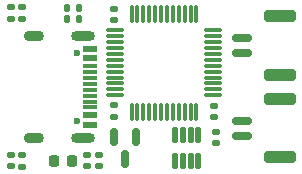
<source format=gbr>
%TF.GenerationSoftware,KiCad,Pcbnew,(6.0.9)*%
%TF.CreationDate,2022-11-10T16:14:42+08:00*%
%TF.ProjectId,usb2can_pcb,75736232-6361-46e5-9f70-63622e6b6963,rev?*%
%TF.SameCoordinates,Original*%
%TF.FileFunction,Soldermask,Top*%
%TF.FilePolarity,Negative*%
%FSLAX46Y46*%
G04 Gerber Fmt 4.6, Leading zero omitted, Abs format (unit mm)*
G04 Created by KiCad (PCBNEW (6.0.9)) date 2022-11-10 16:14:42*
%MOMM*%
%LPD*%
G01*
G04 APERTURE LIST*
G04 Aperture macros list*
%AMRoundRect*
0 Rectangle with rounded corners*
0 $1 Rounding radius*
0 $2 $3 $4 $5 $6 $7 $8 $9 X,Y pos of 4 corners*
0 Add a 4 corners polygon primitive as box body*
4,1,4,$2,$3,$4,$5,$6,$7,$8,$9,$2,$3,0*
0 Add four circle primitives for the rounded corners*
1,1,$1+$1,$2,$3*
1,1,$1+$1,$4,$5*
1,1,$1+$1,$6,$7*
1,1,$1+$1,$8,$9*
0 Add four rect primitives between the rounded corners*
20,1,$1+$1,$2,$3,$4,$5,0*
20,1,$1+$1,$4,$5,$6,$7,0*
20,1,$1+$1,$6,$7,$8,$9,0*
20,1,$1+$1,$8,$9,$2,$3,0*%
G04 Aperture macros list end*
%ADD10RoundRect,0.135000X-0.135000X-0.185000X0.135000X-0.185000X0.135000X0.185000X-0.135000X0.185000X0*%
%ADD11RoundRect,0.140000X0.170000X-0.140000X0.170000X0.140000X-0.170000X0.140000X-0.170000X-0.140000X0*%
%ADD12C,0.600000*%
%ADD13R,1.160000X0.600000*%
%ADD14R,1.160000X0.300000*%
%ADD15O,2.000000X0.900000*%
%ADD16O,1.700000X0.900000*%
%ADD17RoundRect,0.150000X0.700000X-0.150000X0.700000X0.150000X-0.700000X0.150000X-0.700000X-0.150000X0*%
%ADD18RoundRect,0.250000X1.100000X-0.250000X1.100000X0.250000X-1.100000X0.250000X-1.100000X-0.250000X0*%
%ADD19RoundRect,0.075000X0.662500X0.075000X-0.662500X0.075000X-0.662500X-0.075000X0.662500X-0.075000X0*%
%ADD20RoundRect,0.075000X0.075000X0.662500X-0.075000X0.662500X-0.075000X-0.662500X0.075000X-0.662500X0*%
%ADD21RoundRect,0.218750X0.218750X0.256250X-0.218750X0.256250X-0.218750X-0.256250X0.218750X-0.256250X0*%
%ADD22RoundRect,0.150000X-0.150000X0.587500X-0.150000X-0.587500X0.150000X-0.587500X0.150000X0.587500X0*%
%ADD23RoundRect,0.140000X-0.170000X0.140000X-0.170000X-0.140000X0.170000X-0.140000X0.170000X0.140000X0*%
%ADD24RoundRect,0.147500X-0.172500X0.147500X-0.172500X-0.147500X0.172500X-0.147500X0.172500X0.147500X0*%
%ADD25RoundRect,0.147500X0.172500X-0.147500X0.172500X0.147500X-0.172500X0.147500X-0.172500X-0.147500X0*%
%ADD26RoundRect,0.135000X0.185000X-0.135000X0.185000X0.135000X-0.185000X0.135000X-0.185000X-0.135000X0*%
%ADD27RoundRect,0.125000X-0.125000X0.537500X-0.125000X-0.537500X0.125000X-0.537500X0.125000X0.537500X0*%
%ADD28RoundRect,0.135000X0.135000X0.185000X-0.135000X0.185000X-0.135000X-0.185000X0.135000X-0.185000X0*%
%ADD29RoundRect,0.135000X-0.185000X0.135000X-0.185000X-0.135000X0.185000X-0.135000X0.185000X0.135000X0*%
G04 APERTURE END LIST*
D10*
%TO.C,R3*%
X45057600Y-54965600D03*
X46077600Y-54965600D03*
%TD*%
D11*
%TO.C,C3*%
X47752000Y-67434400D03*
X47752000Y-66474400D03*
%TD*%
D12*
%TO.C,J1*%
X45950800Y-57816000D03*
X45950800Y-63596000D03*
D13*
X47010800Y-57506000D03*
X47010800Y-58306000D03*
D14*
X47010800Y-59456000D03*
X47010800Y-60456000D03*
X47010800Y-60956000D03*
X47010800Y-61956000D03*
D13*
X47010800Y-63106000D03*
X47010800Y-63906000D03*
X47010800Y-63906000D03*
X47010800Y-63106000D03*
D14*
X47010800Y-62456000D03*
X47010800Y-61456000D03*
X47010800Y-59956000D03*
X47010800Y-58956000D03*
D13*
X47010800Y-58306000D03*
X47010800Y-57506000D03*
D15*
X46430800Y-56386000D03*
D16*
X42260800Y-65026000D03*
D15*
X46430800Y-65026000D03*
D16*
X42260800Y-56386000D03*
%TD*%
D17*
%TO.C,J2*%
X59872000Y-64836200D03*
X59872000Y-63586200D03*
D18*
X63072000Y-66686200D03*
X63072000Y-61736200D03*
%TD*%
D19*
%TO.C,U2*%
X57451700Y-61424000D03*
X57451700Y-60924000D03*
X57451700Y-60424000D03*
X57451700Y-59924000D03*
X57451700Y-59424000D03*
X57451700Y-58924000D03*
X57451700Y-58424000D03*
X57451700Y-57924000D03*
X57451700Y-57424000D03*
X57451700Y-56924000D03*
X57451700Y-56424000D03*
X57451700Y-55924000D03*
D20*
X56039200Y-54511500D03*
X55539200Y-54511500D03*
X55039200Y-54511500D03*
X54539200Y-54511500D03*
X54039200Y-54511500D03*
X53539200Y-54511500D03*
X53039200Y-54511500D03*
X52539200Y-54511500D03*
X52039200Y-54511500D03*
X51539200Y-54511500D03*
X51039200Y-54511500D03*
X50539200Y-54511500D03*
D19*
X49126700Y-55924000D03*
X49126700Y-56424000D03*
X49126700Y-56924000D03*
X49126700Y-57424000D03*
X49126700Y-57924000D03*
X49126700Y-58424000D03*
X49126700Y-58924000D03*
X49126700Y-59424000D03*
X49126700Y-59924000D03*
X49126700Y-60424000D03*
X49126700Y-60924000D03*
X49126700Y-61424000D03*
D20*
X50539200Y-62836500D03*
X51039200Y-62836500D03*
X51539200Y-62836500D03*
X52039200Y-62836500D03*
X52539200Y-62836500D03*
X53039200Y-62836500D03*
X53539200Y-62836500D03*
X54039200Y-62836500D03*
X54539200Y-62836500D03*
X55039200Y-62836500D03*
X55539200Y-62836500D03*
X56039200Y-62836500D03*
%TD*%
D21*
%TO.C,F1*%
X45542300Y-66954400D03*
X43967300Y-66954400D03*
%TD*%
D22*
%TO.C,U1*%
X50937200Y-64950100D03*
X49037200Y-64950100D03*
X49987200Y-66825100D03*
%TD*%
D23*
%TO.C,C1*%
X49022000Y-54079200D03*
X49022000Y-55039200D03*
%TD*%
D17*
%TO.C,J3*%
X59872000Y-57825800D03*
X59872000Y-56575800D03*
D18*
X63072000Y-54725800D03*
X63072000Y-59675800D03*
%TD*%
D23*
%TO.C,C5*%
X57708800Y-64493200D03*
X57708800Y-65453200D03*
%TD*%
D24*
%TO.C,D2*%
X40335200Y-66469400D03*
X40335200Y-67439400D03*
%TD*%
D25*
%TO.C,D1*%
X40335200Y-54942600D03*
X40335200Y-53972600D03*
%TD*%
D23*
%TO.C,C2*%
X46786800Y-66474400D03*
X46786800Y-67434400D03*
%TD*%
D26*
%TO.C,R4*%
X41300400Y-54967600D03*
X41300400Y-53947600D03*
%TD*%
D27*
%TO.C,U3*%
X56194600Y-64750100D03*
X55544600Y-64750100D03*
X54894600Y-64750100D03*
X54244600Y-64750100D03*
X54244600Y-67025100D03*
X54894600Y-67025100D03*
X55544600Y-67025100D03*
X56194600Y-67025100D03*
%TD*%
D28*
%TO.C,R1*%
X46077600Y-54000400D03*
X45057600Y-54000400D03*
%TD*%
D29*
%TO.C,R5*%
X41300400Y-66444400D03*
X41300400Y-67464400D03*
%TD*%
D23*
%TO.C,C4*%
X57556400Y-62331600D03*
X57556400Y-63291600D03*
%TD*%
D26*
%TO.C,R2*%
X49022000Y-63298800D03*
X49022000Y-62278800D03*
%TD*%
M02*

</source>
